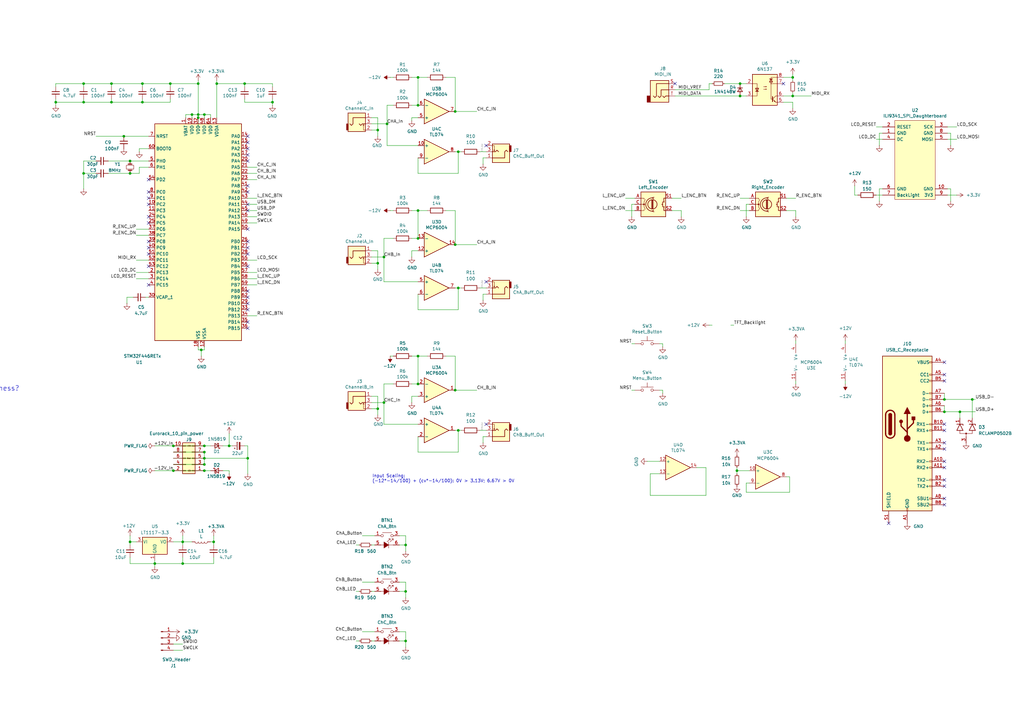
<source format=kicad_sch>
(kicad_sch (version 20231120) (generator "eeschema") (generator_version "8.0")
  (paper "A3")
  (junction (at 34.29 71.12))
  (junction (at 50.8 55.88))
  (junction (at 387.35 163.83))
  (junction (at 171.45 43.18))
  (junction (at 187.96 62.23))
  (junction (at 166.37 242.57))
  (junction (at 166.37 223.52))
  (junction (at 186.69 160.02))
  (junction (at 187.96 176.53))
  (junction (at 171.45 86.36))
  (junction (at 83.82 190.5))
  (junction (at 325.12 39.37))
  (junction (at 171.45 157.48))
  (junction (at 154.94 107.95))
  (junction (at 171.45 31.75))
  (junction (at 325.12 31.75))
  (junction (at 74.93 231.14))
  (junction (at 83.82 46.99))
  (junction (at 74.93 222.25))
  (junction (at 22.86 41.91))
  (junction (at 303.53 34.29))
  (junction (at 45.72 34.29))
  (junction (at 71.12 193.04))
  (junction (at 34.29 34.29))
  (junction (at 398.78 163.83))
  (junction (at 302.26 193.04))
  (junction (at 111.76 41.91))
  (junction (at 154.94 167.64))
  (junction (at 83.82 193.04))
  (junction (at 157.48 105.41))
  (junction (at 71.12 182.88))
  (junction (at 387.35 168.91))
  (junction (at 186.69 45.72))
  (junction (at 53.34 71.12))
  (junction (at 393.7 168.91))
  (junction (at 69.85 34.29))
  (junction (at 81.28 34.29))
  (junction (at 171.45 97.79))
  (junction (at 187.96 118.11))
  (junction (at 82.55 143.51))
  (junction (at 58.42 34.29))
  (junction (at 93.98 182.88))
  (junction (at 83.82 182.88))
  (junction (at 34.29 41.91))
  (junction (at 58.42 41.91))
  (junction (at 101.6 187.96))
  (junction (at 171.45 146.05))
  (junction (at 53.34 222.25))
  (junction (at 158.75 50.8))
  (junction (at 303.53 39.37))
  (junction (at 63.5 231.14))
  (junction (at 45.72 41.91))
  (junction (at 100.33 34.29))
  (junction (at 186.69 100.33))
  (junction (at 81.28 48.26))
  (junction (at 83.82 185.42))
  (junction (at 88.9 34.29))
  (junction (at 81.28 46.99))
  (junction (at 157.48 165.1))
  (junction (at 154.94 53.34))
  (junction (at 53.34 66.04))
  (junction (at 83.82 187.96))
  (junction (at 78.74 46.99))
  (junction (at 87.63 222.25))
  (junction (at 166.37 262.89))
  (no_connect (at 60.96 116.84))
  (no_connect (at 387.35 153.67))
  (no_connect (at 60.96 104.14))
  (no_connect (at 101.6 99.06))
  (no_connect (at 60.96 101.6))
  (no_connect (at 387.35 156.21))
  (no_connect (at 321.31 34.29))
  (no_connect (at 199.39 59.69))
  (no_connect (at 101.6 66.04))
  (no_connect (at 101.6 109.22))
  (no_connect (at 101.6 63.5))
  (no_connect (at 101.6 83.82))
  (no_connect (at 60.96 78.74))
  (no_connect (at 101.6 55.88))
  (no_connect (at 199.39 173.99))
  (no_connect (at 364.49 214.63))
  (no_connect (at 387.35 176.53))
  (no_connect (at 101.6 124.46))
  (no_connect (at 387.35 196.85))
  (no_connect (at 276.86 34.29))
  (no_connect (at 387.35 181.61))
  (no_connect (at 387.35 207.01))
  (no_connect (at 60.96 73.66))
  (no_connect (at 387.35 189.23))
  (no_connect (at 60.96 88.9))
  (no_connect (at 101.6 76.2))
  (no_connect (at 101.6 119.38))
  (no_connect (at 101.6 101.6))
  (no_connect (at 60.96 83.82))
  (no_connect (at 199.39 115.57))
  (no_connect (at 60.96 81.28))
  (no_connect (at 387.35 148.59))
  (no_connect (at 101.6 78.74))
  (no_connect (at 101.6 132.08))
  (no_connect (at 101.6 121.92))
  (no_connect (at 387.35 191.77))
  (no_connect (at 387.35 204.47))
  (no_connect (at 101.6 58.42))
  (no_connect (at 101.6 104.14))
  (no_connect (at 387.35 173.99))
  (no_connect (at 60.96 99.06))
  (no_connect (at 101.6 134.62))
  (no_connect (at 60.96 91.44))
  (no_connect (at 101.6 60.96))
  (no_connect (at 101.6 86.36))
  (no_connect (at 387.35 199.39))
  (no_connect (at 60.96 109.22))
  (no_connect (at 387.35 184.15))
  (no_connect (at 101.6 93.98))
  (no_connect (at 101.6 127))
  (wire (pts (xy 60.96 68.58) (xy 57.15 68.58)))
  (wire (pts (xy 69.85 34.29) (xy 81.28 34.29)))
  (wire (pts (xy 74.93 222.25) (xy 78.74 222.25)))
  (wire (pts (xy 306.07 83.82) (xy 307.34 83.82)))
  (wire (pts (xy 271.78 140.97) (xy 270.51 140.97)))
  (wire (pts (xy 290.83 34.29) (xy 292.1 34.29)))
  (wire (pts (xy 187.96 118.11) (xy 189.23 118.11)))
  (wire (pts (xy 152.4 223.52) (xy 153.67 223.52)))
  (wire (pts (xy 199.39 64.77) (xy 198.12 64.77)))
  (wire (pts (xy 86.36 48.26) (xy 86.36 46.99)))
  (wire (pts (xy 74.93 222.25) (xy 74.93 223.52)))
  (wire (pts (xy 57.15 60.96) (xy 57.15 62.23)))
  (wire (pts (xy 71.12 185.42) (xy 83.82 185.42)))
  (wire (pts (xy 160.02 31.75) (xy 161.29 31.75)))
  (wire (pts (xy 154.94 162.56) (xy 154.94 167.64)))
  (wire (pts (xy 289.56 191.77) (xy 289.56 203.2)))
  (wire (pts (xy 22.86 34.29) (xy 22.86 35.56)))
  (wire (pts (xy 71.12 190.5) (xy 83.82 190.5)))
  (wire (pts (xy 101.6 73.66) (xy 105.41 73.66)))
  (wire (pts (xy 100.33 35.56) (xy 100.33 34.29)))
  (wire (pts (xy 78.74 46.99) (xy 78.74 48.26)))
  (wire (pts (xy 55.88 111.76) (xy 60.96 111.76)))
  (wire (pts (xy 163.83 223.52) (xy 166.37 223.52)))
  (wire (pts (xy 152.4 102.87) (xy 154.94 102.87)))
  (wire (pts (xy 187.96 62.23) (xy 189.23 62.23)))
  (wire (pts (xy 63.5 193.04) (xy 71.12 193.04)))
  (wire (pts (xy 74.93 231.14) (xy 87.63 231.14)))
  (wire (pts (xy 166.37 223.52) (xy 166.37 226.06)))
  (wire (pts (xy 175.26 31.75) (xy 171.45 31.75)))
  (wire (pts (xy 346.71 139.7) (xy 346.71 140.97)))
  (wire (pts (xy 53.34 71.12) (xy 57.15 71.12)))
  (wire (pts (xy 387.35 168.91) (xy 393.7 168.91)))
  (wire (pts (xy 361.95 54.61) (xy 360.68 54.61)))
  (wire (pts (xy 82.55 146.05) (xy 82.55 143.51)))
  (wire (pts (xy 86.36 222.25) (xy 87.63 222.25)))
  (wire (pts (xy 182.88 31.75) (xy 186.69 31.75)))
  (wire (pts (xy 350.52 76.2) (xy 350.52 80.01)))
  (wire (pts (xy 168.91 102.87) (xy 168.91 105.41)))
  (wire (pts (xy 83.82 187.96) (xy 83.82 190.5)))
  (wire (pts (xy 152.4 162.56) (xy 154.94 162.56)))
  (wire (pts (xy 276.86 36.83) (xy 290.83 36.83)))
  (wire (pts (xy 322.58 81.28) (xy 326.39 81.28)))
  (wire (pts (xy 60.96 106.68) (xy 55.88 106.68)))
  (wire (pts (xy -29.21 229.87) (xy -27.94 229.87)))
  (wire (pts (xy 198.12 179.07) (xy 198.12 181.61)))
  (wire (pts (xy 186.69 62.23) (xy 187.96 62.23)))
  (wire (pts (xy 259.08 83.82) (xy 260.35 83.82)))
  (wire (pts (xy 196.85 176.53) (xy 199.39 176.53)))
  (wire (pts (xy 306.07 88.9) (xy 306.07 83.82)))
  (wire (pts (xy 53.34 222.25) (xy 53.34 223.52)))
  (wire (pts (xy 83.82 182.88) (xy 86.36 182.88)))
  (wire (pts (xy 45.72 40.64) (xy 45.72 41.91)))
  (wire (pts (xy 187.96 185.42) (xy 187.96 176.53)))
  (wire (pts (xy 81.28 142.24) (xy 81.28 143.51)))
  (wire (pts (xy 256.54 81.28) (xy 260.35 81.28)))
  (wire (pts (xy 271.78 160.02) (xy 271.78 161.29)))
  (wire (pts (xy 100.33 40.64) (xy 100.33 41.91)))
  (wire (pts (xy 34.29 41.91) (xy 45.72 41.91)))
  (wire (pts (xy 195.58 160.02) (xy 186.69 160.02)))
  (wire (pts (xy 195.58 45.72) (xy 186.69 45.72)))
  (wire (pts (xy 152.4 50.8) (xy 158.75 50.8)))
  (wire (pts (xy 196.85 62.23) (xy 199.39 62.23)))
  (wire (pts (xy 275.59 86.36) (xy 279.4 86.36)))
  (wire (pts (xy 111.76 41.91) (xy 100.33 41.91)))
  (wire (pts (xy 163.83 242.57) (xy 166.37 242.57)))
  (wire (pts (xy 388.62 77.47) (xy 389.89 77.47)))
  (wire (pts (xy 321.31 41.91) (xy 325.12 41.91)))
  (wire (pts (xy 360.68 77.47) (xy 360.68 82.55)))
  (wire (pts (xy 87.63 228.6) (xy 87.63 231.14)))
  (wire (pts (xy 63.5 231.14) (xy 53.34 231.14)))
  (wire (pts (xy 389.89 77.47) (xy 389.89 82.55)))
  (wire (pts (xy 154.94 53.34) (xy 154.94 48.26)))
  (wire (pts (xy 182.88 146.05) (xy 186.69 146.05)))
  (wire (pts (xy 82.55 143.51) (xy 83.82 143.51)))
  (wire (pts (xy 163.83 238.76) (xy 166.37 238.76)))
  (wire (pts (xy 325.12 30.48) (xy 325.12 31.75)))
  (wire (pts (xy 306.07 198.12) (xy 307.34 198.12)))
  (wire (pts (xy 398.78 163.83) (xy 400.05 163.83)))
  (wire (pts (xy 87.63 222.25) (xy 87.63 223.52)))
  (wire (pts (xy 271.78 140.97) (xy 271.78 142.24)))
  (wire (pts (xy 171.45 64.77) (xy 171.45 71.12)))
  (wire (pts (xy 101.6 88.9) (xy 105.41 88.9)))
  (wire (pts (xy 22.86 41.91) (xy 34.29 41.91)))
  (wire (pts (xy 60.96 60.96) (xy 57.15 60.96)))
  (wire (pts (xy 325.12 31.75) (xy 325.12 33.02)))
  (wire (pts (xy 171.45 127) (xy 187.96 127)))
  (wire (pts (xy 101.6 116.84) (xy 105.41 116.84)))
  (wire (pts (xy 326.39 156.21) (xy 326.39 157.48)))
  (wire (pts (xy 93.98 182.88) (xy 95.25 182.88)))
  (wire (pts (xy 93.98 193.04) (xy 93.98 194.31)))
  (wire (pts (xy 81.28 46.99) (xy 83.82 46.99)))
  (wire (pts (xy 101.6 71.12) (xy 105.41 71.12)))
  (wire (pts (xy 152.4 167.64) (xy 154.94 167.64)))
  (wire (pts (xy 157.48 157.48) (xy 161.29 157.48)))
  (wire (pts (xy 171.45 86.36) (xy 171.45 97.79)))
  (wire (pts (xy 387.35 166.37) (xy 387.35 168.91)))
  (wire (pts (xy 105.41 129.54) (xy 101.6 129.54)))
  (wire (pts (xy 34.29 66.04) (xy 39.37 66.04)))
  (wire (pts (xy 152.4 165.1) (xy 157.48 165.1)))
  (wire (pts (xy 171.45 120.65) (xy 171.45 127)))
  (wire (pts (xy 168.91 146.05) (xy 171.45 146.05)))
  (wire (pts (xy 187.96 176.53) (xy 189.23 176.53)))
  (wire (pts (xy 323.85 195.58) (xy 323.85 201.93)))
  (wire (pts (xy 168.91 97.79) (xy 171.45 97.79)))
  (wire (pts (xy 101.6 68.58) (xy 105.41 68.58)))
  (wire (pts (xy 39.37 55.88) (xy 50.8 55.88)))
  (wire (pts (xy 166.37 238.76) (xy 166.37 242.57)))
  (wire (pts (xy 171.45 102.87) (xy 168.91 102.87)))
  (wire (pts (xy 52.07 121.92) (xy 54.61 121.92)))
  (wire (pts (xy 53.34 66.04) (xy 60.96 66.04)))
  (wire (pts (xy 321.31 39.37) (xy 325.12 39.37)))
  (wire (pts (xy 100.33 34.29) (xy 88.9 34.29)))
  (wire (pts (xy 81.28 33.02) (xy 81.28 34.29)))
  (wire (pts (xy 171.45 31.75) (xy 171.45 43.18)))
  (wire (pts (xy 160.02 86.36) (xy 161.29 86.36)))
  (wire (pts (xy 44.45 71.12) (xy 53.34 71.12)))
  (wire (pts (xy 55.88 96.52) (xy 60.96 96.52)))
  (wire (pts (xy 303.53 39.37) (xy 306.07 39.37)))
  (wire (pts (xy 361.95 52.07) (xy 359.41 52.07)))
  (wire (pts (xy 34.29 34.29) (xy 45.72 34.29)))
  (wire (pts (xy 63.5 231.14) (xy 74.93 231.14)))
  (wire (pts (xy 105.41 83.82) (xy 101.6 83.82)))
  (wire (pts (xy 152.4 242.57) (xy 153.67 242.57)))
  (wire (pts (xy 171.45 179.07) (xy 171.45 185.42)))
  (wire (pts (xy 166.37 262.89) (xy 166.37 265.43)))
  (wire (pts (xy 53.34 219.71) (xy 53.34 222.25)))
  (wire (pts (xy 387.35 163.83) (xy 398.78 163.83)))
  (wire (pts (xy 83.82 46.99) (xy 86.36 46.99)))
  (wire (pts (xy 259.08 160.02) (xy 260.35 160.02)))
  (wire (pts (xy 186.69 118.11) (xy 187.96 118.11)))
  (wire (pts (xy -29.21 227.33) (xy -27.94 227.33)))
  (wire (pts (xy 325.12 39.37) (xy 332.74 39.37)))
  (wire (pts (xy 101.6 111.76) (xy 105.41 111.76)))
  (wire (pts (xy 111.76 34.29) (xy 100.33 34.29)))
  (wire (pts (xy 163.83 262.89) (xy 166.37 262.89)))
  (wire (pts (xy 76.2 48.26) (xy 76.2 46.99)))
  (wire (pts (xy 186.69 86.36) (xy 186.69 100.33)))
  (wire (pts (xy 148.59 238.76) (xy 153.67 238.76)))
  (wire (pts (xy 266.7 194.31) (xy 270.51 194.31)))
  (wire (pts (xy 168.91 162.56) (xy 168.91 165.1)))
  (wire (pts (xy 101.6 81.28) (xy 105.41 81.28)))
  (wire (pts (xy 259.08 88.9) (xy 259.08 83.82)))
  (wire (pts (xy 101.6 114.3) (xy 105.41 114.3)))
  (wire (pts (xy 152.4 48.26) (xy 154.94 48.26)))
  (wire (pts (xy 323.85 201.93) (xy 306.07 201.93)))
  (wire (pts (xy 74.93 228.6) (xy 74.93 231.14)))
  (wire (pts (xy 158.75 59.69) (xy 171.45 59.69)))
  (wire (pts (xy 388.62 52.07) (xy 392.43 52.07)))
  (wire (pts (xy 101.6 91.44) (xy 105.41 91.44)))
  (wire (pts (xy 307.34 86.36) (xy 303.53 86.36)))
  (wire (pts (xy 325.12 38.1) (xy 325.12 39.37)))
  (wire (pts (xy 152.4 262.89) (xy 153.67 262.89)))
  (wire (pts (xy 166.37 242.57) (xy 166.37 245.11)))
  (wire (pts (xy 307.34 193.04) (xy 302.26 193.04)))
  (wire (pts (xy 303.53 34.29) (xy 306.07 34.29)))
  (wire (pts (xy 81.28 46.99) (xy 81.28 34.29)))
  (wire (pts (xy 63.5 229.87) (xy 63.5 231.14)))
  (wire (pts (xy 398.78 163.83) (xy 398.78 171.45)))
  (wire (pts (xy 168.91 86.36) (xy 171.45 86.36)))
  (wire (pts (xy 154.94 53.34) (xy 154.94 55.88)))
  (wire (pts (xy 388.62 54.61) (xy 389.89 54.61)))
  (wire (pts (xy 81.28 52.07) (xy 81.28 48.26)))
  (wire (pts (xy 154.94 107.95) (xy 154.94 110.49)))
  (wire (pts (xy 157.48 105.41) (xy 157.48 115.57)))
  (wire (pts (xy 303.53 81.28) (xy 307.34 81.28)))
  (wire (pts (xy 147.32 262.89) (xy 146.05 262.89)))
  (wire (pts (xy 321.31 31.75) (xy 325.12 31.75)))
  (wire (pts (xy 45.72 34.29) (xy 58.42 34.29)))
  (wire (pts (xy 196.85 118.11) (xy 199.39 118.11)))
  (wire (pts (xy 297.18 34.29) (xy 303.53 34.29)))
  (wire (pts (xy 63.5 232.41) (xy 63.5 231.14)))
  (wire (pts (xy -29.21 222.25) (xy -27.94 222.25)))
  (wire (pts (xy 168.91 157.48) (xy 171.45 157.48)))
  (wire (pts (xy 290.83 36.83) (xy 290.83 34.29)))
  (wire (pts (xy 52.07 124.46) (xy 52.07 121.92)))
  (wire (pts (xy 389.89 54.61) (xy 389.89 59.69)))
  (wire (pts (xy 346.71 156.21) (xy 346.71 157.48)))
  (wire (pts (xy 166.37 219.71) (xy 166.37 223.52)))
  (wire (pts (xy 171.45 185.42) (xy 187.96 185.42)))
  (wire (pts (xy 306.07 201.93) (xy 306.07 198.12)))
  (wire (pts (xy 76.2 46.99) (xy 78.74 46.99)))
  (wire (pts (xy 81.28 48.26) (xy 81.28 46.99)))
  (wire (pts (xy 299.72 133.35) (xy 300.99 133.35)))
  (wire (pts (xy 71.12 193.04) (xy 83.82 193.04)))
  (wire (pts (xy 290.83 133.35) (xy 292.1 133.35)))
  (wire (pts (xy 158.75 50.8) (xy 158.75 59.69)))
  (wire (pts (xy 71.12 182.88) (xy 83.82 182.88)))
  (wire (pts (xy 199.39 179.07) (xy 198.12 179.07)))
  (wire (pts (xy 289.56 203.2) (xy 266.7 203.2)))
  (wire (pts (xy 69.85 35.56) (xy 69.85 34.29)))
  (wire (pts (xy 154.94 167.64) (xy 154.94 170.18)))
  (wire (pts (xy 45.72 35.56) (xy 45.72 34.29)))
  (wire (pts (xy 78.74 46.99) (xy 81.28 46.99)))
  (wire (pts (xy 260.35 86.36) (xy 256.54 86.36)))
  (wire (pts (xy 157.48 97.79) (xy 161.29 97.79)))
  (wire (pts (xy 266.7 203.2) (xy 266.7 194.31)))
  (wire (pts (xy 55.88 93.98) (xy 60.96 93.98)))
  (wire (pts (xy 93.98 177.8) (xy 93.98 182.88)))
  (wire (pts (xy 199.39 120.65) (xy 198.12 120.65)))
  (wire (pts (xy 152.4 105.41) (xy 157.48 105.41)))
  (wire (pts (xy 105.41 106.68) (xy 101.6 106.68)))
  (wire (pts (xy 63.5 182.88) (xy 71.12 182.88)))
  (wire (pts (xy 101.6 182.88) (xy 100.33 182.88)))
  (wire (pts (xy 276.86 39.37) (xy 303.53 39.37)))
  (wire (pts (xy 58.42 35.56) (xy 58.42 34.29)))
  (wire (pts (xy 175.26 86.36) (xy 171.45 86.36)))
  (wire (pts (xy 83.82 185.42) (xy 83.82 187.96)))
  (wire (pts (xy 83.82 142.24) (xy 83.82 143.51)))
  (wire (pts (xy 50.8 55.88) (xy 60.96 55.88)))
  (wire (pts (xy 171.45 48.26) (xy 168.91 48.26)))
  (wire (pts (xy 148.59 259.08) (xy 153.67 259.08)))
  (wire (pts (xy 60.96 114.3) (xy 55.88 114.3)))
  (wire (pts (xy 44.45 66.04) (xy 53.34 66.04)))
  (wire (pts (xy 111.76 40.64) (xy 111.76 41.91)))
  (wire (pts (xy 326.39 139.7) (xy 326.39 140.97)))
  (wire (pts (xy 322.58 86.36) (xy 326.39 86.36)))
  (wire (pts (xy 350.52 80.01) (xy 351.79 80.01)))
  (wire (pts (xy 111.76 43.18) (xy 111.76 41.91)))
  (wire (pts (xy 302.26 191.77) (xy 302.26 193.04)))
  (wire (pts (xy 88.9 33.02) (xy 88.9 34.29)))
  (wire (pts (xy 198.12 64.77) (xy 198.12 67.31)))
  (wire (pts (xy 69.85 41.91) (xy 69.85 40.64)))
  (wire (pts (xy 101.6 187.96) (xy 101.6 194.31)))
  (wire (pts (xy 325.12 41.91) (xy 325.12 44.45)))
  (wire (pts (xy 393.7 168.91) (xy 393.7 171.45)))
  (wire (pts (xy 147.32 242.57) (xy 146.05 242.57)))
  (wire (pts (xy 168.91 48.26) (xy 168.91 49.53)))
  (wire (pts (xy 74.93 264.16) (xy 71.12 264.16)))
  (wire (pts (xy 157.48 173.99) (xy 171.45 173.99)))
  (wire (pts (xy 186.69 176.53) (xy 187.96 176.53)))
  (wire (pts (xy 182.88 86.36) (xy 186.69 86.36)))
  (wire (pts (xy 168.91 31.75) (xy 171.45 31.75)))
  (wire (pts (xy -29.21 224.79) (xy -27.94 224.79)))
  (wire (pts (xy 22.86 34.29) (xy 34.29 34.29)))
  (wire (pts (xy 101.6 182.88) (xy 101.6 187.96)))
  (wire (pts (xy 171.45 162.56) (xy 168.91 162.56)))
  (wire (pts (xy 198.12 120.65) (xy 198.12 123.19)))
  (wire (pts (xy 168.91 43.18) (xy 171.45 43.18)))
  (wire (pts (xy 34.29 35.56) (xy 34.29 34.29)))
  (wire (pts (xy 34.29 71.12) (xy 34.29 77.47)))
  (wire (pts (xy 259.08 140.97) (xy 260.35 140.97)))
  (wire (pts (xy 279.4 86.36) (xy 279.4 88.9)))
  (wire (pts (xy 83.82 193.04) (xy 86.36 193.04)))
  (wire (pts (xy 105.41 86.36) (xy 101.6 86.36)))
  (wire (pts (xy 186.69 31.75) (xy 186.69 45.72)))
  (wire (pts (xy 361.95 77.47) (xy 360.68 77.47)))
  (wire (pts (xy 53.34 228.6) (xy 53.34 231.14)))
  (wire (pts (xy 171.45 71.12) (xy 187.96 71.12)))
  (wire (pts (xy 163.83 259.08) (xy 166.37 259.08)))
  (wire (pts (xy 91.44 182.88) (xy 93.98 182.88)))
  (wire (pts (xy 326.39 86.36) (xy 326.39 88.9)))
  (wire (pts (xy 158.75 43.18) (xy 161.29 43.18)))
  (wire (pts (xy 392.43 80.01) (xy 388.62 80.01)))
  (wire (pts (xy 148.59 219.71) (xy 153.67 219.71)))
  (wire (pts (xy 187.96 71.12) (xy 187.96 62.23)))
  (wire (pts (xy 160.02 146.05) (xy 161.29 146.05)))
  (wire (pts (xy 271.78 160.02) (xy 270.51 160.02)))
  (wire (pts (xy 88.9 34.29) (xy 88.9 48.26)))
  (wire (pts (xy 322.58 195.58) (xy 323.85 195.58)))
  (wire (pts (xy 285.75 191.77) (xy 289.56 191.77)))
  (wire (pts (xy 152.4 53.34) (xy 154.94 53.34)))
  (wire (pts (xy 147.32 223.52) (xy 146.05 223.52)))
  (wire (pts (xy 58.42 40.64) (xy 58.42 41.91)))
  (wire (pts (xy 87.63 219.71) (xy 87.63 222.25)))
  (wire (pts (xy 302.26 193.04) (xy 302.26 194.31)))
  (wire (pts (xy 265.43 189.23) (xy 270.51 189.23)))
  (wire (pts (xy 74.93 266.7) (xy 71.12 266.7)))
  (wire (pts (xy 166.37 259.08) (xy 166.37 262.89)))
  (wire (pts (xy 393.7 168.91) (xy 400.05 168.91)))
  (wire (pts (xy 57.15 68.58) (xy 57.15 71.12)))
  (wire (pts (xy 34.29 40.64) (xy 34.29 41.91)))
  (wire (pts (xy 157.48 97.79) (xy 157.48 105.41)))
  (wire (pts (xy 157.48 157.48) (xy 157.48 165.1)))
  (wire (pts (xy 83.82 187.96) (xy 101.6 187.96)))
  (wire (pts (xy 152.4 107.95) (xy 154.94 107.95)))
  (wire (pts (xy 22.86 40.64) (xy 22.86 41.91)))
  (wire (pts (xy 387.35 161.29) (xy 387.35 163.83)))
  (wire (pts (xy 74.93 219.71) (xy 74.93 222.25)))
  (wire (pts (xy 163.83 219.71) (xy 166.37 219.71)))
  (wire (pts (xy 175.26 146.05) (xy 171.45 146.05)))
  (wire (pts (xy 195.58 100.33) (xy 186.69 100.33)))
  (wire (pts (xy 187.96 127) (xy 187.96 118.11)))
  (wire (pts (xy 34.29 66.04) (xy 34.29 71.12)))
  (wire (pts (xy 157.48 115.57) (xy 171.45 115.57)))
  (wire (pts (xy 69.85 34.29) (xy 58.42 34.29)))
  (wire (pts (xy 158.75 43.18) (xy 158.75 50.8)))
  (wire (pts (xy 34.29 71.12) (xy 39.37 71.12)))
  (wire (pts (xy 59.69 121.92) (xy 60.96 121.92)))
  (wire (pts (xy 81.28 143.51) (xy 82.55 143.51)))
  (wire (pts (xy 45.72 41.91) (xy 58.42 41.91)))
  (wire (pts (xy 71.12 222.25) (xy 74.93 222.25)))
  (wire (pts (xy 275.59 81.28) (xy 279.4 81.28)))
  (wire (pts (xy 157.48 165.1) (xy 157.48 173.99)))
  (wire (pts (xy 359.41 80.01) (xy 361.95 80.01)))
  (wire (pts (xy 361.95 57.15) (xy 359.41 57.15)))
  (wire (pts (xy 171.45 146.05) (xy 171.45 157.48)))
  (wire (pts (xy 111.76 34.29) (xy 111.76 35.56)))
  (wire (pts (xy 186.69 146.05) (xy 186.69 160.02)))
  (wire (pts (xy 83.82 48.26) (xy 83.82 46.99)))
  (wire (pts (xy 58.42 41.91) (xy 69.85 41.91)))
  (wire (pts (xy 91.44 193.04) (xy 93.98 193.04)))
  (wire (pts (xy 53.34 222.25) (xy 55.88 222.25)))
  (wire (pts (xy 22.86 43.18) (xy 22.86 41.91)))
  (wire (pts (xy 154.94 102.87) (xy 154.94 107.95)))
  (wire (pts (xy 360.68 54.61) (xy 360.68 59.69)))
  (wire (pts (xy 392.43 57.15) (xy 388.62 57.15)))
  (wire (pts (xy 83.82 187.96) (xy 71.12 187.96)))
  (text "Input Scaling:\n(-12*-14/100) + (cv*-14/100): 0V > 3.13V; 6.67V > 0V\n" (at 152.654 198.12 0) (effects (font (size 1.27 1.27)) (justify left bottom)))
  (text "Fixes for next version:\nPull-down on BOOT0 pin\nMove daughterboard components to main board\nMIDI in using TRS\nOpto-coupler on MIDI\nMIDI buffered through (x2?)\nBuffered mults on ABC channels\nRemove cap on encoder button\nDecoupling caps on MCU and Op-amps\nR2 on daughterboard increased to 1.5k to improve backlight brightness?\nOscillator load capacitors" (at -104.394 163.83 0) (effects (font (size 2 2)) (justify left bottom)))
  (label "MIDI_RX" (at 332.74 39.37 0))
  (label "L_ENC_DN" (at 256.54 86.36 180))
  (label "LCD_RESET" (at 55.88 114.3 180))
  (label "USB_D+" (at 400.05 168.91 0))
  (label "CH_A_IN" (at 195.58 100.33 0))
  (label "LCD_DC" (at 359.41 57.15 180))
  (label "L_ENC_DN" (at 105.41 116.84 0))
  (label "CH_B_IN" (at 105.41 71.12 0))
  (label "CH_A_IN" (at 105.41 73.66 0))
  (label "-12V_In" (at 71.12 193.04 180))
  (label "LCD_MOSI" (at 105.41 111.76 0))
  (label "CH_C_IN" (at 195.58 45.72 0))
  (label "ChA_LED" (at 146.05 223.52 180))
  (label "MIDI_VREF" (at 278.13 36.83 0))
  (label "USB_D-" (at 400.05 163.83 0))
  (label "CHA_In" (at 158.75 50.8 0))
  (label "SWDIO" (at 105.41 88.9 0))
  (label "ChB_LED" (at 146.05 242.57 180))
  (label "R_ENC_DN" (at 55.88 96.52 180))
  (label "MIDI_RX" (at 55.88 106.68 180))
  (label "R_ENC_UP" (at 55.88 93.98 180))
  (label "CHA_Out" (at 198.12 118.11 90) (effects (font (size 0.5 0.5))))
  (label "LCD_MOSI" (at 392.43 57.15 0))
  (label "CHB_Out" (at 198.12 176.53 90) (effects (font (size 0.5 0.5))))
  (label "L_ENC_BTN" (at 105.41 81.28 0))
  (label "R_ENC_DN" (at 303.53 86.36 180))
  (label "+12V_In" (at 71.12 182.88 180))
  (label "MIDI_DATA" (at 278.13 39.37 0))
  (label "CH_C_IN" (at 105.41 68.58 0))
  (label "R_ENC_BTN" (at 105.41 129.54 0))
  (label "L_ENC_UP" (at 105.41 114.3 0))
  (label "ChC_Button" (at 148.59 259.08 180))
  (label "CHC_In" (at 157.48 165.1 0))
  (label "LCD_RESET" (at 359.41 52.07 180))
  (label "NRST" (at 259.08 160.02 180))
  (label "LCD_SCK" (at 392.43 52.07 0))
  (label "NRST" (at 259.08 140.97 180))
  (label "R_ENC_UP" (at 303.53 81.28 180))
  (label "LCD_SCK" (at 105.41 106.68 0))
  (label "L_ENC_BTN" (at 279.4 81.28 0))
  (label "SWCLK" (at 74.93 266.7 0))
  (label "CH_B_IN" (at 195.58 160.02 0))
  (label "SWCLK" (at 105.41 91.44 0))
  (label "USB_DM" (at 105.41 83.82 0))
  (label "USB_DP" (at 105.41 86.36 0))
  (label "NRST" (at 39.37 55.88 180))
  (label "ChB_Button" (at 148.59 238.76 180))
  (label "LCD_DC" (at 55.88 111.76 180))
  (label "L_ENC_UP" (at 256.54 81.28 180))
  (label "R_ENC_BTN" (at 326.39 81.28 0))
  (label "SWDIO" (at 74.93 264.16 0))
  (label "TFT_Backlight" (at 300.99 133.35 0))
  (label "CHC_Out" (at 198.12 62.23 90) (effects (font (size 0.5 0.5))))
  (label "ChC_LED" (at 146.05 262.89 180))
  (label "ChA_Button" (at 148.59 219.71 180))
  (label "CHB_In" (at 157.48 105.41 0))
  (symbol (lib_id "Device:C_Small") (at 57.15 121.92 270) (unit 1)
    (property "Reference" "C5" (at 57.912 125.984 90))
    (property "Value" "4.7uF" (at 57.912 128.524 90))
    (property "Footprint" "Capacitor_SMD:C_0805_2012Metric" (effects (hide yes)))
    (property "Description" "Unpolarized capacitor, small symbol" (effects (hide yes)))
  )
  (symbol (lib_id "power:GND") (at 57.15 62.23 0) (unit 1)
    (property "Reference" "#PWR02" (effects (hide yes)))
    (property "Value" "GND" (effects (hide yes)))
    (property "Description" "Power symbol creates a global label with name \"GND\" , ground" (effects (hide yes)))
  )
  (symbol (lib_id "Connector:Conn_01x04_Pin") (at 66.04 261.62 0) (unit 1)
    (property "Reference" "J1" (at 71.12 273.05 0))
    (property "Value" "SWD_Header" (at 72.39 270.51 0))
    (property "Footprint" "Custom_Footprints:SWD_header" (effects (hide yes)))
    (property "Description" "Generic connector, single row, 01x04, script generated" (effects (hide yes)))
  )
  (symbol (lib_id "power:GND") (at 71.12 261.62 90) (unit 1)
    (property "Reference" "#PWR012" (effects (hide yes)))
    (property "Value" "GND" (at 74.3712 261.493 90) (effects (justify right)))
    (property "Description" "Power symbol creates a global label with name \"GND\" , ground" (effects (hide yes)))
  )
  (symbol (lib_id "Device:Crystal_Small") (at 53.34 68.58 90) (unit 1)
    (property "Reference" "Y1" (at 46.99 67.31 90) (effects (justify right)))
    (property "Value" "8MHz" (at 44.45 69.85 90) (effects (justify right)))
    (property "Footprint" "Crystal:Crystal_SMD_Abracon_ABM3-2Pin_5.0x3.2mm" (effects (hide yes)))
    (property "Description" "Two pin crystal, small symbol" (effects (hide yes)))
  )
  (symbol (lib_id "Device:C_Small") (at 41.91 66.04 270) (unit 1)
    (property "Reference" "C2" (at 36.83 64.77 90) (effects (justify left)))
    (property "Value" "30pF" (at 35.56 67.31 90) (effects (justify left)))
    (property "Footprint" "Capacitor_SMD:C_0805_2012Metric" (effects (hide yes)))
    (property "Description" "Unpolarized capacitor, small symbol" (effects (hide yes)))
  )
  (symbol (lib_id "Device:C_Small") (at 41.91 71.12 270) (unit 1)
    (property "Reference" "C3" (at 36.83 69.85 90) (effects (justify left)))
    (property "Value" "30pF" (at 35.56 72.39 90) (effects (justify left)))
    (property "Footprint" "Capacitor_SMD:C_0805_2012Metric" (effects (hide yes)))
    (property "Description" "Unpolarized capacitor, small symbol" (effects (hide yes)))
  )
  (symbol (lib_id "power:GND") (at 34.29 77.47 0) (unit 1)
    (property "Reference" "#PWR01" (effects (hide yes)))
    (property "Value" "GND" (effects (hide yes)))
    (property "Description" "Power symbol creates a global label with name \"GND\" , ground" (effects (hide yes)))
  )
  (symbol (lib_id "power:GND") (at 52.07 124.46 0) (unit 1)
    (property "Reference" "#PWR05" (effects (hide yes)))
    (property "Value" "GND" (effects (hide yes)))
    (property "Description" "Power symbol creates a global label with name \"GND\" , ground" (effects (hide yes)))
  )
  (symbol (lib_id "Device:C_Small") (at 34.29 38.1 0) (unit 1)
    (property "Reference" "C1" (at 37.211 36.9316 0) (effects (justify left)))
    (property "Value" "100nF" (at 37.211 39.243 0) (effects (justify left)))
    (property "Footprint" "Capacitor_SMD:C_0805_2012Metric" (effects (hide yes)))
    (property "Description" "Unpolarized capacitor, small symbol" (effects (hide yes)))
  )
  (symbol (lib_id "Device:C_Small") (at 45.72 38.1 0) (unit 1)
    (property "Reference" "C4" (at 48.641 36.9316 0) (effects (justify left)))
    (property "Value" "100nF" (at 48.641 39.243 0) (effects (justify left)))
    (property "Footprint" "Capacitor_SMD:C_0805_2012Metric" (effects (hide yes)))
    (property "Description" "Unpolarized capacitor, small symbol" (effects (hide yes)))
  )
  (symbol (lib_id "Device:C_Small") (at 58.42 38.1 0) (unit 1)
    (property "Reference" "C6" (at 61.341 36.9316 0) (effects (justify left)))
    (property "Value" "100nF" (at 61.341 39.243 0) (effects (justify left)))
    (property "Footprint" "Capacitor_SMD:C_0805_2012Metric" (effects (hide yes)))
    (property "Description" "Unpolarized capacitor, small symbol" (effects (hide yes)))
  )
  (symbol (lib_id "Device:C_Small") (at 69.85 38.1 0) (unit 1)
    (property "Reference" "C7" (at 72.771 36.9316 0) (effects (justify left)))
    (property "Value" "100nF" (at 72.771 39.243 0) (effects (justify left)))
    (property "Footprint" "Capacitor_SMD:C_0805_2012Metric" (effects (hide yes)))
    (property "Description" "Unpolarized capacitor, small symbol" (effects (hide yes)))
  )
  (symbol (lib_id "power:PWR_FLAG") (at -29.21 229.87 90) (unit 1)
    (property "Reference" "#FLG05" (effects (hide yes)))
    (property "Value" "PWR_FLAG" (effects (hide yes)))
    (property "Description" "Special symbol for telling ERC where power comes from" (effects (hide yes)))
  )
  (symbol (lib_id "power:GND") (at -27.94 229.87 90) (unit 1)
    (property "Reference" "#PWR048" (effects (hide yes)))
    (property "Value" "GND" (at -24.13 229.8699 90) (effects (justify right)))
    (property "Description" "Power symbol creates a global label with name \"GND\" , ground" (effects (hide yes)))
  )
  (symbol (lib_id "Amplifier_Operational:MCP6004") (at 179.07 45.72 0) (mirror x) (unit 2)
    (property "Reference" "U3" (at 179.07 36.3982 0))
    (property "Value" "MCP6004" (at 179.07 38.7096 0))
    (property "Footprint" "Package_SO:SOIC-14_3.9x8.7mm_P1.27mm" (effects (hide yes)))
    (property "Datasheet" "http://ww1.microchip.com/downloads/en/DeviceDoc/21733j.pdf" (effects (hide yes)))
    (property "Description" "1MHz, Low-Power Op Amp, DIP-14/SOIC-14/TSSOP-14" (effects (hide yes)))
  )
  (symbol (lib_id "Device:R") (at 179.07 31.75 270) (unit 1)
    (property "Reference" "R7" (at 179.07 26.4922 90))
    (property "Value" "14k" (at 179.07 28.8036 90))
    (property "Footprint" "Resistor_SMD:R_0805_2012Metric" (effects (hide yes)))
    (property "Description" "Resistor" (effects (hide yes)))
  )
  (symbol (lib_id "Device:R") (at 165.1 31.75 270) (unit 1)
    (property "Reference" "R1" (at 165.1 26.4922 90))
    (property "Value" "100k" (at 165.1 28.8036 90))
    (property "Footprint" "Resistor_SMD:R_0805_2012Metric" (effects (hide yes)))
    (property "Description" "Resistor" (effects (hide yes)))
  )
  (symbol (lib_id "Device:R") (at 165.1 43.18 270) (unit 1)
    (property "Reference" "R2" (at 165.1 37.592 90))
    (property "Value" "100k" (at 165.1 40.132 90))
    (property "Footprint" "Resistor_SMD:R_0805_2012Metric" (effects (hide yes)))
    (property "Description" "Resistor" (effects (hide yes)))
  )
  (symbol (lib_id "power:GND") (at 168.91 49.53 0) (unit 1)
    (property "Reference" "#PWR019" (effects (hide yes)))
    (property "Value" "GND" (at 169.037 53.9242 0))
    (property "Description" "Power symbol creates a global label with name \"GND\" , ground" (effects (hide yes)))
  )
  (symbol (lib_id "Amplifier_Operational:MCP6004") (at 179.07 100.33 0) (mirror x) (unit 4)
    (property "Reference" "U3" (at 179.07 91.0082 0))
    (property "Value" "MCP6004" (at 179.07 93.3196 0))
    (property "Footprint" "Package_SO:SOIC-14_3.9x8.7mm_P1.27mm" (effects (hide yes)))
    (property "Datasheet" "http://ww1.microchip.com/downloads/en/DeviceDoc/21733j.pdf" (effects (hide yes)))
    (property "Description" "1MHz, Low-Power Op Amp, DIP-14/SOIC-14/TSSOP-14" (effects (hide yes)))
  )
  (symbol (lib_id "Device:R") (at 179.07 86.36 270) (unit 1)
    (property "Reference" "R8" (at 179.07 81.1022 90))
    (property "Value" "14k" (at 179.07 83.4136 90))
    (property "Footprint" "Resistor_SMD:R_0805_2012Metric" (effects (hide yes)))
    (property "Description" "Resistor" (effects (hide yes)))
  )
  (symbol (lib_id "Device:R") (at 165.1 86.36 270) (unit 1)
    (property "Reference" "R3" (at 165.1 81.1022 90))
    (property "Value" "100k" (at 165.1 83.4136 90))
    (property "Footprint" "Resistor_SMD:R_0805_2012Metric" (effects (hide yes)))
    (property "Description" "Resistor" (effects (hide yes)))
  )
  (symbol (lib_id "Device:R") (at 165.1 97.79 270) (unit 1)
    (property "Reference" "R4" (at 165.1 92.5322 90))
    (property "Value" "100k" (at 165.1 94.8436 90))
    (property "Footprint" "Resistor_SMD:R_0805_2012Metric" (effects (hide yes)))
    (property "Description" "Resistor" (effects (hide yes)))
  )
  (symbol (lib_id "power:GND") (at 168.91 105.41 0) (unit 1)
    (property "Reference" "#PWR020" (effects (hide yes)))
    (property "Value" "GND" (at 169.037 109.8042 0))
    (property "Description" "Power symbol creates a global label with name \"GND\" , ground" (effects (hide yes)))
  )
  (symbol (lib_id "Device:C_Small") (at 74.93 226.06 0) (unit 1)
    (property "Reference" "C14" (at 78.74 226.06 0))
    (property "Value" "10uF" (at 80.01 228.6 0))
    (property "Footprint" "Capacitor_SMD:CP_Elec_4x5.8" (effects (hide yes)))
    (property "Description" "Unpolarized capacitor, small symbol" (effects (hide yes)))
  )
  (symbol (lib_id "Device:L") (at 82.55 222.25 270) (unit 1)
    (property "Reference" "L1" (at 82.55 217.7288 90))
    (property "Value" "L" (at 82.55 220.0402 90))
    (property "Footprint" "Resistor_SMD:R_0805_2012Metric" (effects (hide yes)))
    (property "Description" "Inductor" (effects (hide yes)))
  )
  (symbol (lib_id "power:+3.3VA") (at 87.63 219.71 0) (unit 1)
    (property "Reference" "#PWR050" (effects (hide yes)))
    (property "Value" "+3.3VA" (at 85.09 215.9 0) (effects (justify left)))
    (property "Description" "Power symbol creates a global label with name \"+3.3VA\"" (effects (hide yes)))
  )
  (symbol (lib_id "Device:C_Small") (at 53.34 226.06 0) (unit 1)
    (property "Reference" "C11" (at 49.53 226.06 0))
    (property "Value" "10uF" (at 49.53 228.6 0))
    (property "Footprint" "Capacitor_SMD:CP_Elec_4x5.8" (effects (hide yes)))
    (property "Description" "Unpolarized capacitor, small symbol" (effects (hide yes)))
  )
  (symbol (lib_id "Amplifier_Operational:MCP6004") (at 179.07 160.02 0) (mirror x) (unit 1)
    (property "Reference" "U3" (at 179.07 150.6982 0))
    (property "Value" "MCP6004" (at 179.07 153.0096 0))
    (property "Footprint" "Package_SO:SOIC-14_3.9x8.7mm_P1.27mm" (effects (hide yes)))
    (property "Datasheet" "http://ww1.microchip.com/downloads/en/DeviceDoc/21733j.pdf" (effects (hide yes)))
    (property "Description" "1MHz, Low-Power Op Amp, DIP-14/SOIC-14/TSSOP-14" (effects (hide yes)))
  )
  (symbol (lib_id "Device:R") (at 179.07 146.05 270) (unit 1)
    (property "Reference" "R9" (at 179.07 140.7922 90))
    (property "Value" "14k" (at 179.07 143.1036 90))
    (property "Footprint" "Resistor_SMD:R_0805_2012Metric" (effects (hide yes)))
    (property "Description" "Resistor" (effects (hide yes)))
  )
  (symbol (lib_id "Device:R") (at 165.1 146.05 270) (unit 1)
    (property "Reference" "R5" (at 165.1 140.7922 90))
    (property "Value" "100k" (at 165.1 143.1036 90))
    (property "Footprint" "Resistor_SMD:R_0805_2012Metric" (effects (hide yes)))
    (property "Description" "Resistor" (effects (hide yes)))
  )
  (symbol (lib_id "Device:R") (at 165.1 157.48 270) (unit 1)
    (property "Reference" "R6" (at 165.1 152.2222 90))
    (property "Value" "100k" (at 165.1 154.5336 90))
    (property "Footprint" "Resistor_SMD:R_0805_2012Metric" (effects (hide yes)))
    (property "Description" "Resistor" (effects (hide yes)))
  )
  (symbol (lib_id "power:GND") (at 168.91 165.1 0) (unit 1)
    (property "Reference" "#PWR021" (effects (hide yes)))
    (property "Value" "GND" (at 169.037 169.4942 0))
    (property "Description" "Power symbol creates a global label with name \"GND\" , ground" (effects (hide yes)))
  )
  (symbol (lib_id "thonkiconn:AudioJack2_Ground_Switch") (at 147.32 105.41 0) (unit 1)
    (property "Reference" "J2" (at 147.4216 96.7232 0))
    (property "Value" "ChannelA_In" (at 147.4216 99.0346 0))
    (property "Footprint" "Custom_Footprints:THONKICONN_hole" (effects (hide yes)))
    (property "Description" "Audio Jack, 2 Poles (Mono / TS), Switched Pole (Normalling)" (effects (hide yes)))
  )
  (symbol (lib_id "power:GND") (at 154.94 55.88 0) (unit 1)
    (property "Reference" "#PWR016" (effects (hide yes)))
    (property "Value" "GND" (at 156.718 59.69 0) (effects (justify right)))
    (property "Description" "Power symbol creates a global label with name \"GND\" , ground" (effects (hide yes)))
  )
  (symbol (lib_id "Device:R") (at 193.04 62.23 270) (unit 1)
    (property "Reference" "R10" (at 193.04 55.88 90))
    (property "Value" "100" (at 193.04 58.42 90))
    (property "Footprint" "Resistor_SMD:R_0805_2012Metric" (effects (hide yes)))
    (property "Description" "Resistor" (effects (hide yes)))
  )
  (symbol (lib_id "power:+3.3VA") (at 326.39 139.7 0) (unit 1)
    (property "Reference" "#PWR034" (effects (hide yes)))
    (property "Value" "+3.3VA" (at 323.088 134.874 0) (effects (justify left)))
    (property "Description" "Power symbol creates a global label with name \"+3.3VA\"" (effects (hide yes)))
  )
  (symbol (lib_id "power:GND") (at 326.39 157.48 0) (unit 1)
    (property "Reference" "#PWR035" (effects (hide yes)))
    (property "Value" "GND" (at 326.517 161.8742 0))
    (property "Description" "Power symbol creates a global label with name \"GND\" , ground" (effects (hide yes)))
  )
  (symbol (lib_id "power:+3.3VA") (at 88.9 33.02 0) (unit 1)
    (property "Reference" "#PWR010" (effects (hide yes)))
    (property "Value" "+3.3VA" (at 85.09 29.21 0) (effects (justify left)))
    (property "Description" "Power symbol creates a global label with name \"+3.3VA\"" (effects (hide yes)))
  )
  (symbol (lib_id "thonkiconn:AudioJack2_Ground_Switch") (at 147.32 165.1 0) (unit 1)
    (property "Reference" "J3" (at 147.4216 156.4132 0))
    (property "Value" "ChannelB_In" (at 147.4216 158.7246 0))
    (property "Footprint" "Custom_Footprints:THONKICONN_hole" (effects (hide yes)))
    (property "Description" "Audio Jack, 2 Poles (Mono / TS), Switched Pole (Normalling)" (effects (hide yes)))
  )
  (symbol (lib_id "power:GND") (at 154.94 110.49 0) (unit 1)
    (property "Reference" "#PWR017" (effects (hide yes)))
    (property "Value" "GND" (at 154.94 114.554 0))
    (property "Description" "Power symbol creates a global label with name \"GND\" , ground" (effects (hide yes)))
  )
  (symbol (lib_id "thonkiconn:AudioJack2_Ground_Switch") (at 147.32 50.8 0) (unit 1)
    (property "Reference" "J4" (at 147.4216 42.1132 0))
    (property "Value" "ChannelC_In" (at 147.4216 44.4246 0))
    (property "Footprint" "Custom_Footprints:THONKICONN_hole" (effects (hide yes)))
    (property "Description" "Audio Jack, 2 Poles (Mono / TS), Switched Pole (Normalling)" (effects (hide yes)))
  )
  (symbol (lib_id "power:GND") (at 154.94 170.18 0) (unit 1)
    (property "Reference" "#PWR018" (effects (hide yes)))
    (property "Value" "GND" (at 155.194 173.99 0))
    (property "Description" "Power symbol creates a global label with name \"GND\" , ground" (effects (hide yes)))
  )
  (symbol (lib_id "power:PWR_FLAG") (at -29.21 227.33 90) (unit 1)
    (property "Reference" "#FLG02" (effects (hide yes)))
    (property "Value" "PWR_FLAG" (effects (hide yes)))
    (property "Description" "Special symbol for telling ERC where power comes from" (effects (hide yes)))
  )
  (symbol (lib_id "power:+3.3VA") (at -27.94 227.33 270) (unit 1)
    (property "Reference" "#PWR045" (effects (hide yes)))
    (property "Value" "+3.3VA" (at -24.13 227.3299 90) (effects (justify left)))
    (property "Description" "Power symbol creates a global label with name \"+3.3VA\"" (effects (hide yes)))
  )
  (symbol (lib_id "thonkiconn:AudioJack2_Ground_Switch") (at 204.47 118.11 180) (unit 1)
    (property "Reference" "J5" (at 210.3882 117.5766 0) (effects (justify right)))
    (property "Value" "ChA_Buff_Out" (at 210.3882 119.888 0) (effects (justify right)))
    (property "Footprint" "Custom_Footprints:THONKICONN_hole" (effects (hide yes)))
    (property "Description" "Audio Jack, 2 Poles (Mono / TS), Switched Pole (Normalling)" (effects (hide yes)))
  )
  (symbol (lib_id "power:GND") (at 198.12 67.31 0) (unit 1)
    (property "Reference" "#PWR022" (effects (hide yes)))
    (property "Value" "GND" (at 198.247 71.7042 0))
    (property "Description" "Power symbol creates a global label with name \"GND\" , ground" (effects (hide yes)))
  )
  (symbol (lib_id "Amplifier_Operational:TL074") (at 179.07 62.23 0) (unit 3)
    (property "Reference" "U4" (at 179.07 52.9082 0))
    (property "Value" "TL074" (at 179.07 55.2196 0))
    (property "Footprint" "Package_SO:SOIC-14_3.9x8.7mm_P1.27mm" (effects (hide yes)))
    (property "Datasheet" "http://www.ti.com/lit/ds/symlink/tl071.pdf" (effects (hide yes)))
    (property "Description" "Quad Low-Noise JFET-Input Operational Amplifiers, DIP-14/SOIC-14" (effects (hide yes)))
  )
  (symbol (lib_id "Amplifier_Operational:TL074") (at 179.07 118.11 0) (unit 2)
    (property "Reference" "U4" (at 179.07 108.7882 0))
    (property "Value" "TL074" (at 179.07 111.0996 0))
    (property "Footprint" "Package_SO:SOIC-14_3.9x8.7mm_P1.27mm" (effects (hide yes)))
    (property "Datasheet" "http://www.ti.com/lit/ds/symlink/tl071.pdf" (effects (hide yes)))
    (property "Description" "Quad Low-Noise JFET-Input Operational Amplifiers, DIP-14/SOIC-14" (effects (hide yes)))
  )
  (symbol (lib_id "Amplifier_Operational:TL074") (at 179.07 176.53 0) (unit 1)
    (property "Reference" "U4" (at 179.07 167.2082 0))
    (property "Value" "TL074" (at 179.07 169.5196 0))
    (property "Footprint" "Package_SO:SOIC-14_3.9x8.7mm_P1.27mm" (effects (hide yes)))
    (property "Datasheet" "http://www.ti.com/lit/ds/symlink/tl071.pdf" (effects (hide yes)))
    (property "Description" "Quad Low-Noise JFET-Input Operational Amplifiers, DIP-14/SOIC-14" (effects (hide yes)))
  )
  (symbol (lib_id "Amplifier_Operational:TL074") (at 278.13 191.77 0) (unit 4)
    (property "Reference" "U4" (at 278.13 182.4482 0))
    (property "Value" "TL074" (at 278.13 184.7596 0))
    (property "Footprint" "Package_SO:SOIC-14_3.9x8.7mm_P1.27mm" (effects (hide yes)))
    (property "Datasheet" "http://www.ti.com/lit/ds/symlink/tl071.pdf" (effects (hide yes)))
    (property "Description" "Quad Low-Noise JFET-Input Operational Amplifiers, DIP-14/SOIC-14" (effects (hide yes)))
  )
  (symbol (lib_id "power:GND") (at 265.43 189.23 270) (unit 1)
    (property "Reference" "#PWR027" (effects (hide yes)))
    (property "Value" "GND" (at 261.0358 189.357 0))
    (property "Description" "Power symbol creates a global label with name \"GND\" , ground" (effects (hide yes)))
  )
  (symbol (lib_id "Amplifier_Operational:TL074") (at 349.25 148.59 0) (unit 5)
    (property "Reference" "U4" (at 348.1832 147.4216 0) (effects (justify left)))
    (property "Value" "TL074" (at 348.1832 149.733 0) (effects (justify left)))
    (property "Footprint" "Package_SO:SOIC-14_3.9x8.7mm_P1.27mm" (effects (hide yes)))
    (property "Datasheet" "http://www.ti.com/lit/ds/symlink/tl071.pdf" (effects (hide yes)))
    (property "Description" "Quad Low-Noise JFET-Input Operational Amplifiers, DIP-14/SOIC-14" (effects (hide yes)))
  )
  (symbol (lib_id "MCU_ST_STM32F4:STM32F446RETx") (at 81.28 96.52 0) (unit 1)
    (property "Reference" "U1" (at 57.15 148.59 0))
    (property "Value" "STM32F446RETx" (at 58.42 146.05 0))
    (property "Footprint" "Package_QFP:LQFP-64_10x10mm_P0.5mm" (effects (hide yes)))
    (property "Datasheet" "https://www.st.com/resource/en/datasheet/stm32f446re.pdf" (effects (hide yes)))
    (property "Description" "STMicroelectronics Arm Cortex-M4 MCU, 512KB flash, 128KB RAM, 180 MHz, 1.8-3.6V, 50 GPIO, LQFP64" (effects (hide yes)))
  )
  (symbol (lib_id "Switch:SW_Push") (at 265.43 140.97 0) (unit 1)
    (property "Reference" "SW3" (at 265.43 133.731 0))
    (property "Value" "Reset_Button" (at 265.43 136.0424 0))
    (property "Footprint" "Buttons_Switches_THT:SW_PUSH_6mm" (effects (hide yes)))
    (property "Description" "Push button switch, generic, two pins" (effects (hide yes)))
  )
  (symbol (lib_id "power:GND") (at 198.12 123.19 0) (unit 1)
    (property "Reference" "#PWR023" (effects (hide yes)))
    (property "Value" "GND" (at 198.247 127.5842 0))
    (property "Description" "Power symbol creates a global label with name \"GND\" , ground" (effects (hide yes)))
  )
  (symbol (lib_id "Device:R") (at 193.04 118.11 270) (unit 1)
    (property "Reference" "R11" (at 193.04 111.76 90))
    (property "Value" "100" (at 193.04 114.3 90))
    (property "Footprint" "Resistor_SMD:R_0805_2012Metric" (effects (hide yes)))
    (property "Description" "Resistor" (effects (hide yes)))
  )
  (symbol (lib_id "thonkiconn:AudioJack2_Ground_Switch") (at 204.47 176.53 180) (unit 1)
    (property "Reference" "J6" (at 210.3882 175.9966 0) (effects (justify right)))
    (property "Value" "ChB_Buff_Out" (at 210.3882 178.308 0) (effects (justify right)))
    (property "Footprint" "Custom_Footprints:THONKICONN_hole" (effects (hide yes)))
    (property "Description" "Audio Jack, 2 Poles (Mono / TS), Switched Pole (Normalling)" (effects (hide yes)))
  )
  (symbol (lib_id "power:GND") (at 306.07 88.9 0) (unit 1)
    (property "Reference" "#PWR026" (effects (hide yes)))
    (property "Value" "GND" (at 306.197 93.2942 0))
    (property "Description" "Power symbol creates a global label with name \"GND\" , ground" (effects (hide yes)))
  )
  (symbol (lib_id "power:GND") (at 326.39 88.9 0) (unit 1)
    (property "Reference" "#PWR030" (effects (hide yes)))
    (property "Value" "GND" (at 326.517 93.2942 0))
    (property "Description" "Power symbol creates a global label with name \"GND\" , ground" (effects (hide yes)))
  )
  (symbol (lib_id "power:GND") (at 259.08 88.9 0) (unit 1)
    (property "Reference" "#PWR025" (effects (hide yes)))
    (property "Value" "GND" (at 259.207 93.2942 0))
    (property "Description" "Power symbol creates a global label with name \"GND\" , ground" (effects (hide yes)))
  )
  (symbol (lib_id "power:GND") (at 279.4 88.9 0) (unit 1)
    (property "Reference" "#PWR029" (effects (hide yes)))
    (property "Value" "GND" (at 279.527 93.2942 0))
    (property "Description" "Power symbol creates a global label with name \"GND\" , ground" (effects (hide yes)))
  )
  (symbol (lib_id "power:+12V") (at -27.94 222.25 270) (unit 1)
    (property "Reference" "#PWR047" (effects (hide yes)))
    (property "Value" "+12V" (at -24.13 222.2499 90) (effects (justify left)))
    (property "Description" "Power symbol creates a global label with name \"+12V\"" (effects (hide yes)))
  )
  (symbol (lib_id "power:PWR_FLAG") (at -29.21 222.25 90) (unit 1)
    (property "Reference" "#FLG04" (effects (hide yes)))
    (property "Value" "PWR_FLAG" (effects (hide yes)))
    (property "Description" "Special symbol for telling ERC where power comes from" (effects (hide yes)))
  )
  (symbol (lib_id "power:GND") (at 198.12 181.61 0) (unit 1)
    (property "Reference" "#PWR024" (effects (hide yes)))
    (property "Value" "GND" (at 198.247 186.0042 0))
    (property "Description" "Power symbol creates a global label with name \"GND\" , ground" (effects (hide yes)))
  )
  (symbol (lib_id "Device:R") (at 193.04 176.53 270) (unit 1)
    (property "Reference" "R12" (at 193.04 170.18 90))
    (property "Value" "100" (at 193.04 172.72 90))
    (property "Footprint" "Resistor_SMD:R_0805_2012Metric" (effects (hide yes)))
    (property "Description" "Resistor" (effects (hide yes)))
  )
  (symbol (lib_id "thonkiconn:AudioJack2_Ground_Switch") (at 204.47 62.23 180) (unit 1)
    (property "Reference" "J7" (at 210.3882 61.6966 0) (effects (justify right)))
    (property "Value" "ChC_Buff_Out" (at 210.3882 64.008 0) (effects (justify right)))
    (property "Footprint" "Custom_Footprints:THONKICONN_hole" (effects (hide yes)))
    (property "Description" "Audio Jack, 2 Poles (Mono / TS), Switched Pole (Normalling)" (effects (hide yes)))
  )
  (symbol (lib_id "power:-12V") (at -27.94 224.79 270) (unit 1)
    (property "Reference" "#PWR044" (effects (hide yes)))
    (property "Value" "-12V" (at -24.13 224.7899 90) (effects (justify left)))
    (property "Description" "Power symbol creates a global label with name \"-12V\"" (effects (hide yes)))
  )
  (symbol (lib_id "power:PWR_FLAG") (at -29.21 224.79 90) (unit 1)
    (property "Reference" "#FLG01" (effects (hide yes)))
    (property "Value" "PWR_FLAG" (effects (hide yes)))
    (property "Description" "Special symbol for telling ERC where power comes from" (effects (hide yes)))
  )
  (symbol (lib_id "Device:C_Small") (at 87.63 226.06 0) (unit 1)
    (property "Reference" "C16" (at 91.44 226.06 0))
    (property "Value" "4.7uF" (at 92.71 228.6 0))
    (property "Footprint" "Capacitor_SMD:C_0805_2012Metric" (effects (hide yes)))
    (property "Description" "Unpolarized capacitor, small symbol" (effects (hide yes)))
  )
  (symbol (lib_id "power:GND") (at 63.5 232.41 0) (unit 1)
    (property "Reference" "#PWR038" (effects (hide yes)))
    (property "Value" "GND" (at 63.627 236.8042 0))
    (property "Description" "Power symbol creates a global label with name \"GND\" , ground" (effects (hide yes)))
  )
  (symbol (lib_id "Device:R") (at 355.6 80.01 90) (unit 1)
    (property "Reference" "R13" (at 355.6 74.93 90))
    (property "Value" "150" (at 355.6 77.47 90))
    (property "Footprint" "Resistor_SMD:R_0805_2012Metric" (effects (hide yes)))
    (property "Description" "Resistor" (effects (hide yes)))
  )
  (symbol (lib_id "power:GND") (at 271.78 142.24 0) (unit 1)
    (property "Reference" "#PWR028" (effects (hide yes)))
    (property "Value" "GND" (at 271.907 146.6342 0))
    (property "Description" "Power symbol creates a global label with name \"GND\" , ground" (effects (hide yes)))
  )
  (symbol (lib_id "power:GND") (at 360.68 82.55 0) (mirror y) (unit 1)
    (property "Reference" "#PWR0108" (effects (hide yes)))
    (property "Value" "GND" (effects (hide yes)))
    (property "Description" "Power symbol creates a global label with name \"GND\" , ground" (effects (hide yes)))
  )
  (symbol (lib_id "power:GND") (at 389.89 82.55 0) (unit 1)
    (property "Reference" "#PWR0115" (effects (hide yes)))
    (property "Value" "GND" (effects (hide yes)))
    (property "Description" "Power symbol creates a global label with name \"GND\" , ground" (effects (hide yes)))
  )
  (symbol (lib_id "ili9341_spi:ILI9341_SPI_Daughterboard_v2") (at 361.95 52.07 0) (unit 1)
    (property "Reference" "U2" (at 375.285 45.212 0))
    (property "Value" "ILI9341_SPI_Daughterboard" (at 375.285 47.5234 0))
    (property "Footprint" "Custom_Footprints:ILI9341_SPI_daughterboard" (effects (hide yes)))
    (property "Datasheet" "http://pan.baidu.com/s/11Y990" (effects (hide yes)))
    (property "Description" "ILI9341 controller, SPI TFT LCD Display, 9-pin breakout PCB, 4-pin SD card interface, 5V/3.3V" (effects (hide yes)))
  )
  (symbol (lib_id "Device:RotaryEncoder_Switch") (at 267.97 83.82 0) (unit 1)
    (property "Reference" "SW1" (at 267.97 74.4982 0))
    (property "Value" "Left_Encoder" (at 267.97 76.8096 0))
    (property "Footprint" "Custom_Footprints:Encoder" (effects (hide yes)))
    (property "Description" "Rotary encoder, dual channel, incremental quadrate outputs, with switch" (effects (hide yes)))
  )
  (symbol (lib_id "Device:RotaryEncoder_Switch") (at 314.96 83.82 0) (unit 1)
    (property "Reference" "SW2" (at 314.96 74.4982 0))
    (property "Value" "Right_Encoder" (at 314.96 76.8096 0))
    (property "Footprint" "Custom_Footprints:Encoder" (effects (hide yes)))
    (property "Description" "Rotary encoder, dual channel, incremental quadrate outputs, with switch" (effects (hide yes)))
  )
  (symbol (lib_id "power:+3.3V") (at 81.28 33.02 0) (unit 1)
    (property "Reference" "#PWR015" (effects (hide yes)))
    (property "Value" "+3.3V" (at 80.772 29.21 0))
    (property "Description" "Power symbol creates a global label with name \"+3.3V\"" (effects (hide yes)))
  )
  (symbol (lib_id "power:GND") (at 360.68 59.69 0) (mirror y) (unit 1)
    (property "Reference" "#PWR056" (effects (hide yes)))
    (property "Value" "GND" (effects (hide yes)))
    (property "Description" "Power symbol creates a global label with name \"GND\" , ground" (effects (hide yes)))
  )
  (symbol (lib_id "power:GND") (at 50.8 60.96 0) (unit 1)
    (property "Reference" "#PWR08" (effects (hide yes)))
    (property "Value" "GND" (effects (hide yes)))
    (property "Description" "Power symbol creates a global label with name \"GND\" , ground" (effects (hide yes)))
  )
  (symbol (lib_id "power:GND") (at 389.89 59.69 0) (unit 1)
    (property "Reference" "#PWR055" (effects (hide yes)))
    (property "Value" "GND" (effects (hide yes)))
    (property "Description" "Power symbol creates a global label with name \"GND\" , ground" (effects (hide yes)))
  )
  (symbol (lib_id "Amplifier_Operational:MCP6004") (at 323.85 148.59 0) (mirror y) (unit 5)
    (property "Reference" "U3" (at 332.74 150.9014 0))
    (property "Value" "MCP6004" (at 332.74 148.59 0))
    (property "Footprint" "Package_SO:SOIC-14_3.9x8.7mm_P1.27mm" (effects (hide yes)))
    (property "Datasheet" "http://ww1.microchip.com/downloads/en/DeviceDoc/21733j.pdf" (effects (hide yes)))
    (property "Description" "1MHz, Low-Power Op Amp, DIP-14/SOIC-14/TSSOP-14" (effects (hide yes)))
  )
  (symbol (lib_id "Device:D_Small") (at 303.53 36.83 270) (unit 1)
    (property "Reference" "D4" (at 299.212 35.814 90) (effects (justify left)))
    (property "Value" "1N4148W" (at 292.862 37.592 90) (effects (justify left)))
    (property "Footprint" "Diode_SMD:D_SOD-123" (effects (hide yes)))
    (property "Description" "Diode, small symbol" (effects (hide yes)))
    (property "Sim.Device" "D" (effects (hide yes)))
    (property "Sim.Pins" "1=K 2=A" (effects (hide yes)))
  )
  (symbol (lib_id "power:+3.3V") (at 392.43 80.01 270) (unit 1)
    (property "Reference" "#PWR041" (effects (hide yes)))
    (property "Value" "+3.3V" (at 396.24 80.0099 90) (effects (justify left)))
    (property "Description" "Power symbol creates a global label with name \"+3.3V\"" (effects (hide yes)))
  )
  (symbol (lib_id "power:+12V") (at 53.34 219.71 0) (unit 1)
    (property "Reference" "#PWR031" (effects (hide yes)))
    (property "Value" "+12V" (at 52.832 215.646 0))
    (property "Description" "Power symbol creates a global label with name \"+12V\"" (effects (hide yes)))
  )
  (symbol (lib_id "Device:R_Small") (at 302.26 189.23 180) (unit 1)
    (property "Reference" "R16" (at 299.72 187.9599 0) (effects (justify left)))
    (property "Value" "10k" (at 299.72 190.4999 0) (effects (justify left)))
    (property "Footprint" "Resistor_SMD:R_0805_2012Metric" (effects (hide yes)))
    (property "Description" "Resistor, small symbol" (effects (hide yes)))
    (property "Part_Number" "C23162" (effects (hide yes)))
  )
  (symbol (lib_id "Eurorack_Header:Eurorack_10_pin_power") (at 78.74 187.96 180) (unit 1)
    (property "Reference" "J9" (at 77.47 180.34 0))
    (property "Value" "Eurorack_10_pin_power" (at 72.39 177.8 0))
    (property "Footprint" "Custom_Footprints:Eurorack_10_pin_header" (effects (hide yes)))
  )
  (symbol (lib_id "Device:D_Schottky_Small") (at 88.9 193.04 0) (unit 1)
    (property "Reference" "D2" (at 88.9 190.754 0))
    (property "Value" "1N5819" (at 88.646 195.326 0))
    (property "Footprint" "Diode_SMD:D_SOD-123" (effects (hide yes)))
    (property "Description" "Schottky diode, small symbol" (effects (hide yes)))
  )
  (symbol (lib_id "power:GND") (at 101.6 194.31 0) (unit 1)
    (property "Reference" "#PWR053" (effects (hide yes)))
    (property "Value" "GND" (at 101.727 198.7042 0))
    (property "Description" "Power symbol creates a global label with name \"GND\" , ground" (effects (hide yes)))
  )
  (symbol (lib_id "power:+3.3V") (at 71.12 259.08 270) (unit 1)
    (property "Reference" "#PWR06" (effects (hide yes)))
    (property "Value" "+3.3V" (at 75.4098 259.0799 90) (effects (justify left)))
    (property "Description" "Power symbol creates a global label with name \"+3.3V\"" (effects (hide yes)))
  )
  (symbol (lib_id "power:GND") (at 271.78 161.29 0) (unit 1)
    (property "Reference" "#PWR059" (effects (hide yes)))
    (property "Value" "GND" (at 271.907 165.6842 0))
    (property "Description" "Power symbol creates a global label with name \"GND\" , ground" (effects (hide yes)))
  )
  (symbol (lib_id "Device:R_Small") (at 149.86 223.52 90) (unit 1)
    (property "Reference" "R18" (at 147.32 226.06 90))
    (property "Value" "560" (at 152.4 226.06 90))
    (property "Footprint" "Resistor_SMD:R_0805_2012Metric" (effects (hide yes)))
    (property "Part_Number" "C23162" (effects (hide yes)))
  )
  (symbol (lib_id "Device:D_Schottky_Small") (at 88.9 182.88 180) (unit 1)
    (property "Reference" "D1" (at 88.9 185.166 0))
    (property "Value" "1N5819" (at 88.9 180.086 0))
    (property "Footprint" "Diode_SMD:D_SOD-123" (effects (hide yes)))
    (property "Description" "Schottky diode, small symbol" (effects (hide yes)))
  )
  (symbol (lib_id "Power_Protection:RCLAMP0502B") (at 396.24 176.53 90) (unit 1)
    (property "Reference" "D3" (at 401.32 175.1964 90) (effects (justify right)))
    (property "Value" "RCLAMP0502B" (at 401.32 177.7364 90) (effects (justify right)))
    (property "Footprint" "Package_TO_SOT_SMD:SOT-416" (effects (hide yes)))
    (property "Datasheet" "https://www.semtech.com/products/circuit-protection/low-capacitance/rclamp0502b" (effects (hide yes)))
    (property "Description" "Low capacitance unidirectional dual ESD protection diode, SC-75" (effects (hide yes)))
  )
  (symbol (lib_id "power:PWR_FLAG") (at 63.5 193.04 90) (unit 1)
    (property "Reference" "#FLG08" (effects (hide yes)))
    (property "Value" "PWR_FLAG" (at 55.626 193.04 90))
    (property "Description" "Special symbol for telling ERC where power comes from" (effects (hide yes)))
  )
  (symbol (lib_id "thonkiconn:AudioJack3") (at 271.78 36.83 0) (unit 1)
    (property "Reference" "J8" (at 271.8816 28.1432 0))
    (property "Value" "MIDI_IN" (at 271.8816 30.4546 0))
    (property "Footprint" "Custom_Footprints:Thonkiconn_Stereo-PJ366ST" (effects (hide yes)))
  )
  (symbol (lib_id "power:-12V") (at 160.02 146.05 180) (unit 1)
    (property "Reference" "#PWR037" (effects (hide yes)))
    (property "Value" "-12V" (at 159.766 150.114 0))
    (property "Description" "Power symbol creates a global label with name \"-12V\"" (effects (hide yes)))
  )
  (symbol (lib_id "power:-12V") (at 160.02 86.36 90) (unit 1)
    (property "Reference" "#PWR039" (effects (hide yes)))
    (property "Value" "-12V" (at 156.21 86.3599 90) (effects (justify left)))
    (property "Description" "Power symbol creates a global label with name \"-12V\"" (effects (hide yes)))
  )
  (symbol (lib_id "power:GND") (at 302.26 199.39 0) (unit 1)
    (property "Reference" "#PWR043" (effects (hide yes)))
    (property "Value" "GND" (at 302.26 203.2 0))
    (property "Description" "Power symbol creates a global label with name \"GND\" , ground" (effects (hide yes)))
  )
  (symbol (lib_id "Device:R_Small") (at 149.86 242.57 90) (unit 1)
    (property "Reference" "R19" (at 147.32 245.11 90))
    (property "Value" "560" (at 152.4 245.11 90))
    (property "Footprint" "Resistor_SMD:R_0805_2012Metric" (effects (hide yes)))
    (property "Part_Number" "C23162" (effects (hide yes)))
  )
  (symbol (lib_id "Connector:USB_C_Receptacle") (at 372.11 173.99 0) (unit 1)
    (property "Reference" "J10" (at 372.11 140.97 0))
    (property "Value" "USB_C_Receptacle" (at 372.11 143.51 0))
    (property "Footprint" "Custom_Footprints:USB_C_Receptacle_Amphenol_12401951E412A" (effects (hide yes)))
    (property "Datasheet" "https://www.usb.org/sites/default/files/documents/usb_type-c.zip" (effects (hide yes)))
    (property "Description" "USB Full-Featured Type-C Receptacle connector" (effects (hide yes)))
  )
  (symbol (lib_id "Device:R_Small") (at 294.64 34.29 270) (unit 1)
    (property "Reference" "R14" (at 294.64 29.0322 90))
    (property "Value" "220" (at 294.64 31.3436 90))
    (property "Footprint" "Resistor_SMD:R_0805_2012Metric" (effects (hide yes)))
    (property "Description" "Resistor, small symbol" (effects (hide yes)))
  )
  (symbol (lib_id "Device:R_Small") (at 325.12 35.56 0) (unit 1)
    (property "Reference" "R15" (at 326.898 34.3916 0) (effects (justify left)))
    (property "Value" "10k" (at 326.898 36.703 0) (effects (justify left)))
    (property "Footprint" "Resistor_SMD:R_0805_2012Metric" (effects (hide yes)))
    (property "Description" "Resistor, small symbol" (effects (hide yes)))
  )
  (symbol (lib_id "power:GND") (at 372.11 214.63 0) (unit 1)
    (property "Reference" "#PWR057" (effects (hide yes)))
    (property "Value" "GND" (at 374.65 215.8999 0) (effects (justify left)))
    (property "Description" "Power symbol creates a global label with name \"GND\" , ground" (effects (hide yes)))
  )
  (symbol (lib_id "power:GND") (at 22.86 43.18 0) (unit 1)
    (property "Reference" "#PWR03" (effects (hide yes)))
    (property "Value" "GND" (at 22.987 47.5742 0))
    (property "Description" "Power symbol creates a global label with name \"GND\" , ground" (effects (hide yes)))
  )
  (symbol (lib_id "6N137:6N137") (at 313.69 36.83 0) (unit 1)
    (property "Reference" "U6" (at 313.69 26.035 0))
    (property "Value" "6N137" (at 313.69 28.3464 0))
    (property "Footprint" "Package_DIP:DIP-8_W8.89mm_SMDSocket_LongPads" (effects (hide yes)))
    (property "Datasheet" "https://docs-emea.rs-online.com/webdocs/12cf/0900766b812cfb5f.pdf" (effects (hide yes)))
  )
  (symbol (lib_id "power:-12V") (at 160.02 31.75 90) (unit 1)
    (property "Reference" "#PWR040" (effects (hide yes)))
    (property "Value" "-12V" (at 156.21 31.7499 90) (effects (justify left)))
    (property "Description" "Power symbol creates a global label with name \"-12V\"" (effects (hide yes)))
  )
  (symbol (lib_id "Switch:SW_Push") (at 265.43 160.02 0) (unit 1)
    (property "Reference" "SW4" (at 265.43 152.781 0))
    (property "Value" "Menu_Button" (at 265.43 155.0924 0))
    (property "Footprint" "Buttons_Switches_THT:SW_PUSH_6mm" (effects (hide yes)))
    (property "Description" "Push button switch, generic, two pins" (effects (hide yes)))
  )
  (symbol (lib_id "power:GND") (at 325.12 44.45 0) (unit 1)
    (property "Reference" "#PWR032" (effects (hide yes)))
    (property "Value" "GND" (at 325.247 48.8442 0))
    (property "Description" "Power symbol creates a global label with name \"GND\" , ground" (effects (hide yes)))
  )
  (symbol (lib_id "LED_Button_KS01-BLV:KS01-BLV") (at 158.75 241.3 0) (unit 1)
    (property "Reference" "BTN2" (at 158.75 232.41 0))
    (property "Value" "ChB_Btn" (at 158.75 234.95 0))
    (property "Footprint" "Custom_Footprints:Low_Profile_LED_Button" (effects (hide yes)))
  )
  (symbol (lib_id "power:GND") (at 111.76 43.18 0) (mirror y) (unit 1)
    (property "Reference" "#PWR054" (effects (hide yes)))
    (property "Value" "GND" (at 111.633 47.5742 0))
    (property "Description" "Power symbol creates a global label with name \"GND\" , ground" (effects (hide yes)))
  )
  (symbol (lib_id "Amplifier_Operational:MCP6004") (at 314.96 195.58 0) (unit 3)
    (property "Reference" "U3" (at 314.96 185.42 0))
    (property "Value" "MCP6004" (at 314.96 187.96 0))
    (property "Footprint" "Package_SO:SOIC-14_3.9x8.7mm_P1.27mm" (effects (hide yes)))
    (property "Datasheet" "http://ww1.microchip.com/downloads/en/DeviceDoc/21733j.pdf" (effects (hide yes)))
    (property "Description" "1MHz, Low-Power Op Amp, DIP-14/SOIC-14/TSSOP-14" (effects (hide yes)))
  )
  (symbol (lib_id "Device:R_Small") (at 302.26 196.85 180) (unit 1)
    (property "Reference" "R17" (at 299.72 195.5799 0) (effects (justify left)))
    (property "Value" "10k" (at 299.72 198.1199 0) (effects (justify left)))
    (property "Footprint" "Resistor_SMD:R_0805_2012Metric" (effects (hide yes)))
    (property "Description" "Resistor, small symbol" (effects (hide yes)))
    (property "Part_Number" "C23162" (effects (hide yes)))
  )
  (symbol (lib_id "power:+3.3V") (at 325.12 30.48 0) (unit 1)
    (property "Reference" "#PWR011" (effects (hide yes)))
    (property "Value" "+3.3V" (at 325.12 25.4 0))
    (property "Description" "Power symbol creates a global label with name \"+3.3V\"" (effects (hide yes)))
  )
  (symbol (lib_id "Device:C_Polarized_Small") (at 97.79 182.88 90) (unit 1)
    (property "Reference" "C12" (at 97.536 179.578 90))
    (property "Value" "22uF" (at 97.536 185.928 90))
    (property "Footprint" "Capacitor_SMD:CP_Elec_4x5.8" (effects (hide yes)))
    (property "Description" "Polarized capacitor, small symbol" (effects (hide yes)))
  )
  (symbol (lib_id "power:GND") (at 396.24 181.61 0) (unit 1)
    (property "Reference" "#PWR058" (effects (hide yes)))
    (property "Value" "GND" (at 398.78 182.8799 0) (effects (justify left)))
    (property "Description" "Power symbol creates a global label with name \"GND\" , ground" (effects (hide yes)))
  )
  (symbol (lib_id "Device:C_Small") (at 100.33 38.1 0) (mirror y) (unit 1)
    (property "Reference" "C13" (at 97.409 36.9316 0) (effects (justify left)))
    (property "Value" "100nF" (at 97.409 39.243 0) (effects (justify left)))
    (property "Footprint" "Capacitor_SMD:C_0805_2012Metric" (effects (hide yes)))
    (property "Description" "Unpolarized capacitor, small symbol" (effects (hide yes)))
  )
  (symbol (lib_id "power:GND") (at 82.55 146.05 0) (unit 1)
    (property "Reference" "#PWR09" (effects (hide yes)))
    (property "Value" "GND" (at 82.677 150.4442 0))
    (property "Description" "Power symbol creates a global label with name \"GND\" , ground" (effects (hide yes)))
  )
  (symbol (lib_id "Device:C_Small") (at 111.76 38.1 0) (mirror y) (unit 1)
    (property "Reference" "C10" (at 108.839 36.9316 0) (effects (justify left)))
    (property "Value" "1uF" (at 108.839 39.243 0) (effects (justify left)))
    (property "Footprint" "Capacitor_SMD:C_0805_2012Metric" (effects (hide yes)))
    (property "Description" "Unpolarized capacitor, small symbol" (effects (hide yes)))
  )
  (symbol (lib_id "Device:R_Small") (at 149.86 262.89 90) (unit 1)
    (property "Reference" "R20" (at 147.32 265.43 90))
    (property "Value" "560" (at 152.4 265.43 90))
    (property "Footprint" "Resistor_SMD:R_0805_2012Metric" (effects (hide yes)))
    (property "Part_Number" "C23162" (effects (hide yes)))
  )
  (symbol (lib_id "LED_Button_KS01-BLV:KS01-BLV") (at 158.75 222.25 0) (unit 1)
    (property "Reference" "BTN1" (at 158.75 213.36 0))
    (property "Value" "ChA_Btn" (at 158.75 215.9 0))
    (property "Footprint" "Custom_Footprints:Low_Profile_LED_Button" (effects (hide yes)))
  )
  (symbol (lib_id "power:+12V") (at 350.52 76.2 0) (unit 1)
    (property "Reference" "#PWR07" (effects (hide yes)))
    (property "Value" "+12V" (at 350.52 71.12 0))
    (property "Description" "Power symbol creates a global label with name \"+12V\"" (effects (hide yes)))
  )
  (symbol (lib_id "power:-12V") (at 93.98 194.31 180) (unit 1)
    (property "Reference" "#PWR052" (effects (hide yes)))
    (property "Value" "-12V" (at 93.726 198.374 0))
    (property "Description" "Power symbol creates a global label with name \"-12V\"" (effects (hide yes)))
  )
  (symbol (lib_id "Device:C_Small") (at 50.8 58.42 0) (unit 1)
    (property "Reference" "C9" (at 42.926 58.42 0) (effects (justify left)))
    (property "Value" "100nF" (at 42.926 60.96 0) (effects (justify left)))
    (property "Footprint" "Capacitor_SMD:C_0805_2012Metric" (effects (hide yes)))
    (property "Description" "Unpolarized capacitor, small symbol" (effects (hide yes)))
  )
  (symbol (lib_id "power:GND") (at 166.37 245.11 0) (unit 1)
    (property "Reference" "#PWR014" (effects (hide yes)))
    (property "Value" "GND" (at 166.497 249.5042 0))
  )
  (symbol (lib_id "power:+12V") (at 290.83 133.35 90) (unit 1)
    (property "Reference" "#PWR042" (effects (hide yes)))
    (property "Value" "+12V" (at 287.02 133.3499 90) (effects (justify left)))
    (property "Description" "Power symbol creates a global label with name \"+12V\"" (effects (hide yes)))
  )
  (symbol (lib_id "power:GND") (at 166.37 265.43 0) (unit 1)
    (property "Reference" "#PWR049" (effects (hide yes)))
    (property "Value" "GND" (at 166.497 269.8242 0))
  )
  (symbol (lib_id "power:GND") (at 166.37 226.06 0) (unit 1)
    (property "Reference" "#PWR013" (effects (hide yes)))
    (property "Value" "GND" (at 166.497 230.4542 0))
  )
  (symbol (lib_id "Regulator_Linear:LT1117-3.3") (at 63.5 222.25 0) (unit 1)
    (property "Reference" "U5" (at 63.5 215.9 0))
    (property "Value" "LT1117-3.3" (at 63.5 218.44 0))
    (property "Footprint" "Package_TO_SOT_SMD:SOT-223-3_TabPin2" (effects (hide yes)))
    (property "Datasheet" "https://www.analog.com/media/en/technical-documentation/data-sheets/1117fd.pdf" (effects (hide yes)))
    (property "Description" "800mA Low-Dropout Linear Regulator, 3.3V fixed output, SOT-223/TO-263" (effects (hide yes)))
  )
  (symbol (lib_id "power:PWR_FLAG") (at 63.5 182.88 90) (unit 1)
    (property "Reference" "#FLG07" (effects (hide yes)))
    (property "Value" "PWR_FLAG" (at 55.626 182.88 90))
    (property "Description" "Special symbol for telling ERC where power comes from" (effects (hide yes)))
  )
  (symbol (lib_id "power:+12V") (at 93.98 177.8 0) (unit 1)
    (property "Reference" "#PWR051" (effects (hide yes)))
    (property "Value" "+12V" (at 93.98 173.736 0))
    (property "Description" "Power symbol creates a global label with name \"+12V\"" (effects (hide yes)))
  )
  (symbol (lib_id "power:+3.3VA") (at 302.26 186.69 0) (unit 1)
    (property "Reference" "#PWR04" (effects (hide yes)))
    (property "Value" "+3.3VA" (at 302.26 181.61 0))
    (property "Description" "Power symbol creates a global label with name \"+3.3VA\"" (effects (hide yes)))
  )
  (symbol (lib_id "power:+3.3V") (at 74.93 219.71 0) (unit 1)
    (property "Reference" "#PWR046" (effects (hide yes)))
    (property "Value" "+3.3V" (at 74.93 214.63 0))
    (property "Description" "Power symbol creates a global label with name \"+3.3V\"" (effects (hide yes)))
  )
  (symbol (lib_id "LED_Button_KS01-BLV:KS01-BLV") (at 158.75 261.62 0) (unit 1)
    (property "Reference" "BTN3" (at 158.75 252.73 0))
    (property "Value" "ChC_Btn" (at 158.75 255.27 0))
    (property "Footprint" "Custom_Footprints:Low_Profile_LED_Button" (effects (hide yes)))
  )
  (symbol (lib_id "Device:C_Small") (at 22.86 38.1 0) (unit 1)
    (property "Reference" "C8" (at 25.781 36.9316 0) (effects (justify left)))
    (property "Value" "4.7uF" (at 25.781 39.243 0) (effects (justify left)))
    (property "Footprint" "Capacitor_SMD:C_0805_2012Metric" (effects (hide yes)))
    (property "Description" "Unpolarized capacitor, small symbol" (effects (hide yes)))
  )
  (symbol (lib_id "power:-12V") (at 346.71 157.48 180) (unit 1)
    (property "Reference" "#PWR036" (effects (hide yes)))
    (property "Value" "-12V" (at 346.71 162.56 0))
    (property "Description" "Power symbol creates a global label with name \"-12V\"" (effects (hide yes)))
  )
  (symbol (lib_id "power:+12V") (at 346.71 139.7 0) (unit 1)
    (property "Reference" "#PWR033" (effects (hide yes)))
    (property "Value" "+12V" (at 346.71 134.62 0))
    (property "Description" "Power symbol creates a global label with name \"+12V\"" (effects (hide yes)))
  )
)
</source>
